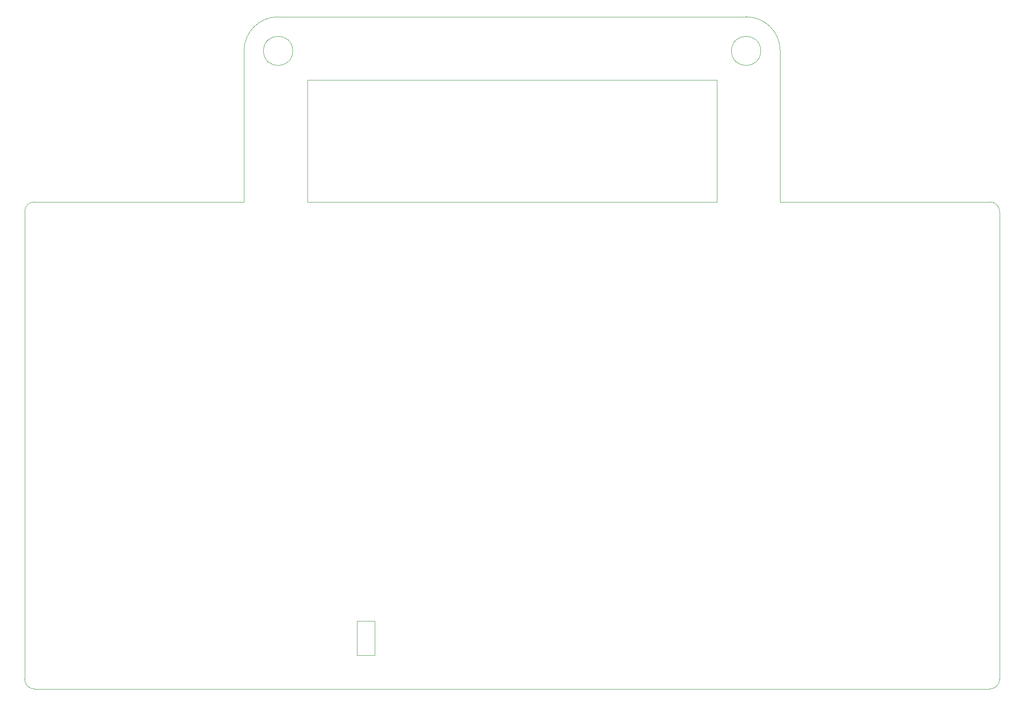
<source format=gbr>
%TF.GenerationSoftware,KiCad,Pcbnew,7.0.9*%
%TF.CreationDate,2024-02-01T20:29:03-08:00*%
%TF.ProjectId,DC32_Cnet_Badge_Main,44433332-5f43-46e6-9574-5f4261646765,rev?*%
%TF.SameCoordinates,Original*%
%TF.FileFunction,Profile,NP*%
%FSLAX46Y46*%
G04 Gerber Fmt 4.6, Leading zero omitted, Abs format (unit mm)*
G04 Created by KiCad (PCBNEW 7.0.9) date 2024-02-01 20:29:03*
%MOMM*%
%LPD*%
G01*
G04 APERTURE LIST*
%TA.AperFunction,Profile*%
%ADD10C,0.100000*%
%TD*%
%TA.AperFunction,Profile*%
%ADD11C,0.120000*%
%TD*%
G04 APERTURE END LIST*
D10*
X250000000Y-79000000D02*
X250000000Y-157000000D01*
X50000000Y-157000000D02*
G75*
G03*
X52000000Y-159000000I2000000J0D01*
G01*
X248000000Y-159000000D02*
X52000000Y-159000000D01*
X205000000Y-28000000D02*
X205000000Y-59000000D01*
X248000000Y-159000000D02*
G75*
G03*
X250000000Y-157000000I0J2000000D01*
G01*
X50000000Y-79000000D02*
X50000000Y-157000000D01*
X95000000Y-59000000D02*
X95000000Y-28000000D01*
X205000000Y-28000000D02*
G75*
G03*
X198000000Y-21000000I-7000000J0D01*
G01*
X102000000Y-21000000D02*
G75*
G03*
X95000000Y-28000000I0J-7000000D01*
G01*
X192000000Y-59000000D02*
X192000000Y-34000000D01*
X52000000Y-59000000D02*
G75*
G03*
X50000000Y-61000000I0J-2000000D01*
G01*
X201000000Y-28000000D02*
G75*
G03*
X201000000Y-28000000I-3000000J0D01*
G01*
X50000000Y-61000000D02*
X50000000Y-79000000D01*
X105000000Y-28000000D02*
G75*
G03*
X105000000Y-28000000I-3000000J0D01*
G01*
X205000000Y-59000000D02*
X248000000Y-59000000D01*
X198000000Y-21000000D02*
X102000000Y-21000000D01*
X250000000Y-61000000D02*
X250000000Y-79000000D01*
X108000000Y-59000000D02*
X108000000Y-34000000D01*
X52000000Y-59000000D02*
X95000000Y-59000000D01*
X108000000Y-34000000D02*
X192000000Y-34000000D01*
X250000000Y-61000000D02*
G75*
G03*
X248000000Y-59000000I-2000000J0D01*
G01*
X108000000Y-59000000D02*
X192000000Y-59000000D01*
D11*
%TO.C,U2*%
X121800000Y-145080000D02*
X118200000Y-145080000D01*
X118200000Y-145080000D02*
X118200000Y-152080000D01*
X118200000Y-152080000D02*
X121800000Y-152080000D01*
X121800000Y-152080000D02*
X121800000Y-145080000D01*
%TD*%
M02*

</source>
